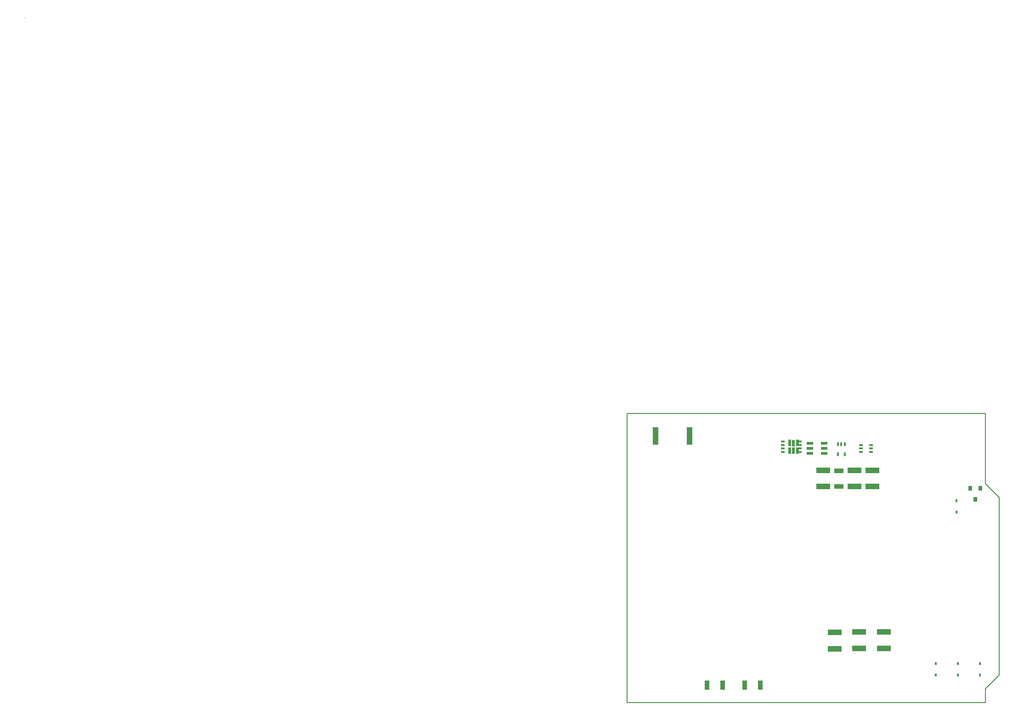
<source format=gtp>
G04 #@! TF.GenerationSoftware,KiCad,Pcbnew,(2017-11-06 revision 9df4ae65e)-makepkg*
G04 #@! TF.CreationDate,2017-12-06T02:01:24-08:00*
G04 #@! TF.ProjectId,MHz_LED_Modulator,4D487A5F4C45445F4D6F64756C61746F,rev?*
G04 #@! TF.SameCoordinates,Original*
G04 #@! TF.FileFunction,Paste,Top*
G04 #@! TF.FilePolarity,Positive*
%FSLAX46Y46*%
G04 Gerber Fmt 4.6, Leading zero omitted, Abs format (unit mm)*
G04 Created by KiCad (PCBNEW (2017-11-06 revision 9df4ae65e)-makepkg) date 12/06/17 02:01:24*
%MOMM*%
%LPD*%
G01*
G04 APERTURE LIST*
%ADD10C,0.150000*%
%ADD11R,0.650000X0.400000*%
%ADD12R,0.400000X0.650000*%
%ADD13R,0.900000X1.700000*%
%ADD14R,1.700000X0.900000*%
%ADD15R,2.500000X1.000000*%
%ADD16R,0.450000X0.600000*%
%ADD17R,1.000000X3.200000*%
%ADD18R,1.219200X0.500000*%
%ADD19R,0.800000X0.900000*%
%ADD20R,0.525000X0.365000*%
%ADD21R,0.350000X0.365000*%
%ADD22R,0.480000X1.195000*%
%ADD23R,0.770000X0.390000*%
%ADD24R,0.560000X0.390000*%
G04 APERTURE END LIST*
D10*
X0Y0D02*
X0Y0D01*
X175514000Y-73025000D02*
X110998000Y-73025000D01*
X175488600Y-73025000D02*
X177038000Y-73025000D01*
X177038000Y-74574400D02*
X177038000Y-73025000D01*
X179552600Y-121310400D02*
X179578000Y-88544400D01*
X177038000Y-123825000D02*
X179552600Y-121310400D01*
X177038000Y-126365000D02*
X177038000Y-123825000D01*
X110998000Y-126365000D02*
X177038000Y-126365000D01*
X110998000Y-73025000D02*
X110998000Y-126365000D01*
X177038000Y-85979000D02*
X177038000Y-74549000D01*
X179578000Y-88519000D02*
X177038000Y-85979000D01*
D11*
X154091600Y-80152000D03*
X154091600Y-78852000D03*
X155991600Y-79502000D03*
X154091600Y-79502000D03*
X155991600Y-78852000D03*
X155991600Y-80152000D03*
D12*
X151145000Y-80604400D03*
X149845000Y-80604400D03*
X150495000Y-78704400D03*
X149845000Y-78704400D03*
X151145000Y-78704400D03*
D13*
X132636600Y-123164600D03*
X135536600Y-123164600D03*
X128653200Y-123139200D03*
X125753200Y-123139200D03*
D14*
X150037800Y-86489200D03*
X150037800Y-83589200D03*
D15*
X152933400Y-83539200D03*
X152933400Y-86539200D03*
X147129500Y-83526500D03*
X147129500Y-86526500D03*
X149263100Y-113447700D03*
X149263100Y-116447700D03*
X158343600Y-116384200D03*
X158343600Y-113384200D03*
X153771600Y-113384200D03*
X153771600Y-116384200D03*
X156184600Y-86539200D03*
X156184600Y-83539200D03*
D16*
X176022000Y-121319000D03*
X176022000Y-119219000D03*
X171958000Y-119219000D03*
X171958000Y-121319000D03*
X167894000Y-121319000D03*
X167894000Y-119219000D03*
X171665900Y-89145400D03*
X171665900Y-91245400D03*
D17*
X116280000Y-77216000D03*
X122480000Y-77216000D03*
D18*
X147334600Y-80452001D03*
X147334600Y-79502000D03*
X147334600Y-78551999D03*
X144714600Y-78551999D03*
X144714600Y-79502000D03*
X144714600Y-80452001D03*
D19*
X175183800Y-88845900D03*
X174233800Y-86845900D03*
X176133800Y-86845900D03*
D20*
X139829540Y-80172560D03*
D21*
X142793720Y-80170020D03*
D22*
X142379700Y-78501400D03*
X142379700Y-79883000D03*
X141681200Y-78511400D03*
X141681200Y-79883000D03*
X140957300Y-78498700D03*
X140957300Y-79895700D03*
D23*
X139734800Y-78222200D03*
D24*
X142899800Y-78222200D03*
X142899800Y-78872200D03*
X142899800Y-79522200D03*
X142899800Y-80172200D03*
D23*
X139734800Y-78872200D03*
X139734800Y-79522200D03*
X139734800Y-80172200D03*
D21*
X142793720Y-79522320D03*
X142793720Y-78872080D03*
X142793720Y-78221840D03*
D20*
X139829540Y-79522320D03*
X139829540Y-78872080D03*
X139829540Y-78224380D03*
M02*

</source>
